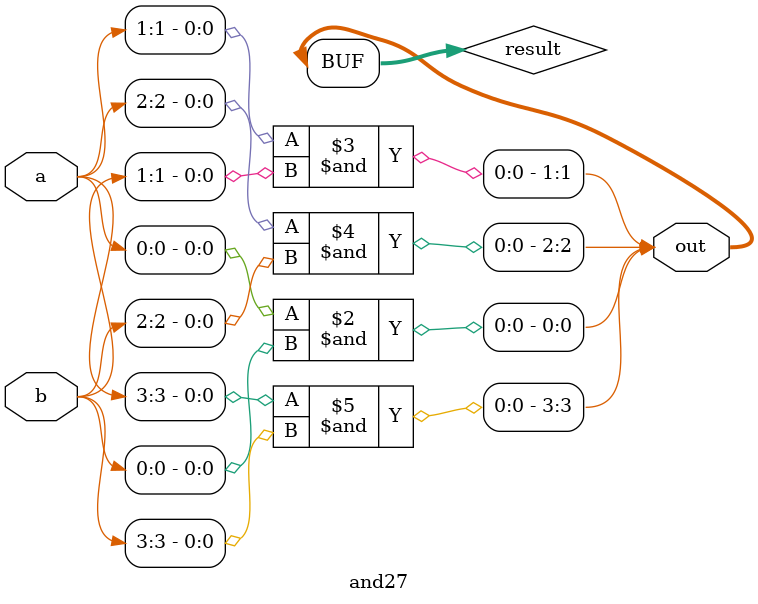
<source format=v>
module and27 (
    input wire [3:0] a,
    input wire [3:0] b,
    output wire [3:0] out
);

    reg [3:0] result;
    always @(*) begin
        result = {a[3] & b[3], a[2] & b[2], a[1] & b[1], a[0] & b[0]};
    end

    assign out = result;
endmodule

</source>
